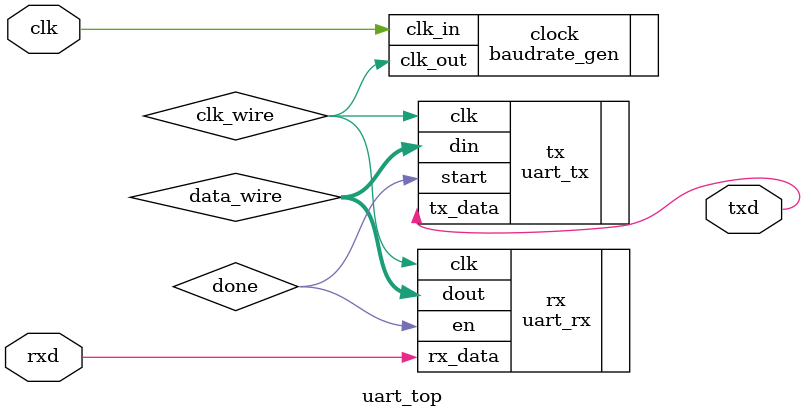
<source format=v>
module uart_top(
    input wire rxd,
    input wire clk,
    output wire txd
    );
    
    (*keep="true"*) wire clk_wire;
    (*keep="true"*) wire [7:0] data_wire;
    (*keep="true"*) wire done;
    
    baudrate_gen clock(.clk_in(clk), .clk_out(clk_wire));
    uart_rx rx(.clk(clk_wire), .rx_data(rxd), .dout(data_wire),.en(done));
    uart_tx tx(.clk(clk_wire), .din(data_wire),.start(done),.tx_data(txd));
    
endmodule
</source>
